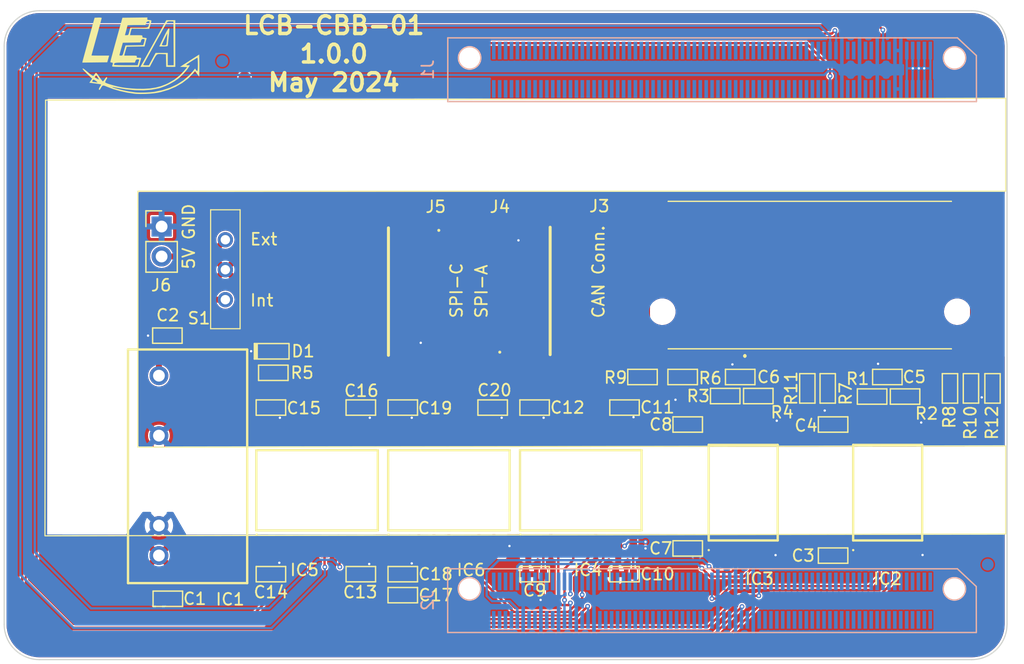
<source format=kicad_pcb>
(kicad_pcb (version 20221018) (generator pcbnew)
  (layers (0 "F.Cu" signal) (31 "B.Cu" signal) (34 "B.Paste" user) (35 "F.Paste" user) (36 "B.SilkS" user "B.Silkscreen") (37 "F.SilkS" user "F.Silkscreen") (38 "B.Mask" user) (39 "F.Mask" user) (44 "Edge.Cuts" user))
  (net 0 "")
  (net 1 "+3V3_Connector_HV")
  (net 2 "GND_HV")
  (net 3 "MCAN_RX|GPIO70")
  (net 10 "SPIA_STEn")
  (net 11 "SPIA_MISO")
  (net 12 "SPIA_MOSI")
  (net 13 "SPIA_CLK")
  (net 14 "SPIC_CLK|GPIO102")
  (net 15 "SPIC_MOSI|GPIO100")
  (net 16 "SPIC_MISO|GPIO101")
  (net 17 "SPIC_STEn|GPIO103")
  (net 18 "Net-(C5-Pad1)")
  (net 19 "GND")
  (net 20 "MCAN_H")
  (net 21 "MCAN_L")
  (net 22 "CAN_H")
  (net 23 "CAN_L")
  (net 24 "+5V")
  (net 25 "Net-(C6-Pad1)")
  (net 26 "SPIC_STEn")
  (net 27 "SPIC_MISO")
  (net 28 "SPIC_MOSI")
  (net 29 "SPIC_CLK")
  (net 30 "Net-(D1-PadA)")
  (net 31 "+5V0_HV")
  (net 32 "Net-(J6-Pin_2)")
  (net 34 "MCAN_TX|GPIO71")
  (net 35 "GPIO45")
  (net 36 "GPIO44")
  (net 37 "CANA_RX|GPIO36")
  (net 38 "CANA_TX|GPIO37")
  (net 39 "GPIO82")
  (net 40 "GPIO83")
  (net 41 "SPIA_CLK|GPIO56")
  (net 42 "SPIA_MOSI|GPIO54")
  (net 43 "SPIA_STEn|GPIO57")
  (net 44 "SPIA_MISO|GPIO55")
  (net 45 "SPI_STEn_4")
  (net 46 "SPI_STEn_3")
  (net 47 "SPI_STEn_2")
  (net 48 "SPI_STEn_1")
  (net 291 "Net-(J3-Pad1)")
  (net 292 "Net-(J3-Pad3)")
  (net 293 "Net-(J3-Pad5)")
  (net 294 "Net-(J3-Pad6)")
  (net 295 "Net-(J3-Pad9)")
  (net 296 "Net-(J3-PadMP2)")
  (net 297 "Net-(J3-PadMP1)")
  (footprint "LEA_FootprintLibrary:R_0603" (layer "F.Cu") (at 156.464 84.36816 180)
    (fp_text reference "R3")
    (fp_text value "60R4" hide)
  )
  (footprint "LEA_FootprintLibrary:C_0603" (layer "F.Cu") (at 125.5776 99.4664)
    (fp_text reference "C13")
    (fp_text value "2u2" hide)
  )
  (footprint "LEA_FootprintLibrary:C_0603" (layer "F.Cu") (at 140.3096 85.344)
    (fp_text reference "C12")
    (fp_text value "2u2" hide)
  )
  (footprint "LEA_FootprintLibrary:SOIC127P1150X280-8N" (layer "F.Cu") (at 157.988 92.5576 90)
    (fp_text reference "IC3")
    (fp_text value "ISO1042QDWVRQ1" hide)
  )
  (footprint "LEA_FootprintLibrary:PinHeader_1x02_P2.54mm_Vertical" (layer "F.Cu") (at 108.692987 69.999812)
    (fp_text reference "J6")
    (fp_text value "01x02")
  )
  (footprint "LEA_FootprintLibrary:C_0603" (layer "F.Cu") (at 157.734 82.7532 180)
    (fp_text reference "C6")
    (fp_text value "47n" hide)
  )
  (footprint "LEA_FootprintLibrary:R_0603" (layer "F.Cu") (at 168.914207 84.41016 180)
    (fp_text reference "R1")
    (fp_text value "60R4" hide)
  )
  (footprint "LEA_FootprintLibrary:Fiducials_medium" (layer "F.Cu") (at 175.9204 103.632)
    (fp_text reference "O4" hide)
    (fp_text value "Fiducial_medium" hide)
  )
  (footprint "LEA_FootprintLibrary:090329001" (layer "F.Cu") (at 114.0968 73.66 180)
    (fp_text reference "S1")
    (fp_text value "09.03290.01" hide)
  )
  (footprint "LEA_FootprintLibrary:C_0603" (layer "F.Cu") (at 109.1812 79.248 180)
    (fp_text reference "C2")
    (fp_text value "100n" hide)
  )
  (footprint "LEA_FootprintLibrary:SOIC127P1030X265-16N" (layer "F.Cu") (at 133.0452 92.3544 90)
    (fp_text reference "IC6")
    (fp_text value "ISO_ISO7740FQDWQ1" hide)
  )
  (footprint "LEA_FootprintLibrary:C_0603" (layer "F.Cu") (at 140.3096 99.4664)
    (fp_text reference "C9")
    (fp_text value "2u2" hide)
  )
  (footprint "LEA_FootprintLibrary:R_0603" (layer "F.Cu") (at 179.1208 83.7184 90)
    (fp_text reference "R12")
    (fp_text value "0R0" hide)
  )
  (footprint "LEA_FootprintLibrary:R_0603" (layer "F.Cu") (at 165.1508 83.7184 90)
    (fp_text reference "R7")
    (fp_text value "0R0" hide)
  )
  (footprint "LEA_FootprintLibrary:C_0603" (layer "F.Cu") (at 147.9296 99.4664)
    (fp_text reference "C10")
    (fp_text value "100n" hide)
  )
  (footprint "LEA_FootprintLibrary:SOIC127P1030X265-16N" (layer "F.Cu") (at 144.2212 92.3544 90)
    (fp_text reference "IC4")
    (fp_text value "ISO7741FQDWQ1" hide)
  )
  (footprint "LEA_FootprintLibrary:R_0603" (layer "F.Cu") (at 118.1608 82.3976)
    (fp_text reference "R5")
    (fp_text value "1k5" hide)
  )
  (footprint "LEA_FootprintLibrary:SYM_lea_logo" (layer "F.Cu") (at 106.209134 54.052741)
    (fp_text reference "SYM1" hide)
    (fp_text value "SYM_LEA_Logo")
  )
  (footprint "LEA_FootprintLibrary:C_0603" (layer "F.Cu") (at 136.7536 85.344)
    (fp_text reference "C20")
    (fp_text value "2u2" hide)
  )
  (footprint "LEA_FootprintLibrary:R_0603" (layer "F.Cu") (at 175.514 83.7184 90)
    (fp_text reference "R8")
    (fp_text value "0R0" hide)
  )
  (footprint "LEA_FootprintLibrary:C_0603" (layer "F.Cu") (at 109.22 101.5492)
    (fp_text reference "C1")
    (fp_text value "100n" hide)
  )
  (footprint "LEA_FootprintLibrary:C_0603" (layer "F.Cu") (at 129.1336 99.4664)
    (fp_text reference "C18")
    (fp_text value "100n" hide)
  )
  (footprint "LEA_FootprintLibrary:Conn_Sub-D_09551156612741" (layer "F.Cu") (at 163.6332 74.1196 180)
    (fp_text reference "J3")
    (fp_text value "09551156612741" hide)
  )
  (footprint "LEA_FootprintLibrary:Conn_Molex_533980871" (layer "F.Cu") (at 137.926 75.4588 90)
    (fp_text reference "J4")
    (fp_text value "53398-0871" hide)
  )
  (footprint "LEA_FootprintLibrary:SOIC127P1150X280-8N" (layer "F.Cu") (at 170.2308 92.5576 90)
    (fp_text reference "IC2")
    (fp_text value "ISO1042QDWVRQ1" hide)
  )
  (footprint "LEA_FootprintLibrary:C_0603" (layer "F.Cu") (at 125.5776 85.344)
    (fp_text reference "C16")
    (fp_text value "2u2" hide)
  )
  (footprint "LEA_FootprintLibrary:C_0603" (layer "F.Cu") (at 153.284793 86.78116 180)
    (fp_text reference "C8")
    (fp_text value "100n" hide)
  )
  (footprint "LEA_FootprintLibrary:R_0603" (layer "F.Cu") (at 171.708207 84.41016 180)
    (fp_text reference "R2")
    (fp_text value "60R4" hide)
  )
  (footprint "LEA_FootprintLibrary:R_0603" (layer "F.Cu") (at 152.8572 82.7532)
    (fp_text reference "R6")
    (fp_text value "0R0" hide)
  )
  (footprint "LEA_FootprintLibrary:C_0603" (layer "F.Cu") (at 153.284793 97.282 180)
    (fp_text reference "C7")
    (fp_text value "100n" hide)
  )
  (footprint "LEA_FootprintLibrary:R_0603" (layer "F.Cu") (at 149.4536 82.7532 180)
    (fp_text reference "R9")
    (fp_text value "0R0" hide)
  )
  (footprint "LEA_FootprintLibrary:C_0603" (layer "F.Cu") (at 165.608 97.8916 180)
    (fp_text reference "C3")
    (fp_text value "100n" hide)
  )
  (footprint "LEA_FootprintLibrary:C_0603" (layer "F.Cu") (at 129.1336 85.344)
    (fp_text reference "C19")
    (fp_text value "100n" hide)
  )
  (footprint "LEA_FootprintLibrary:C_0603" (layer "F.Cu") (at 129.1336 101.2444)
    (fp_text reference "C17")
    (fp_text value "2u2" hide)
  )
  (footprint "LEA_FootprintLibrary:R_0603" (layer "F.Cu") (at 163.4236 83.7184 90)
    (fp_text reference "R11")
    (fp_text value "0R0" hide)
  )
  (footprint "LEA_FootprintLibrary:R_0603" (layer "F.Cu") (at 159.267037 84.36816 180)
    (fp_text reference "R4")
    (fp_text value "60R4" hide)
  )
  (footprint "LEA_FootprintLibrary:C_0603" (layer "F.Cu") (at 170.204943 82.7532 180)
    (fp_text reference "C5")
    (fp_text value "47n" hide)
  )
  (footprint "LEA_FootprintLibrary:R_0603" (layer "F.Cu") (at 177.292 83.7184 90)
    (fp_text reference "R10")
    (fp_text value "0R0" hide)
  )
  (footprint "LEA_FootprintLibrary:SOIC127P1030X265-16N" (layer "F.Cu") (at 121.8692 92.3544 90)
    (fp_text reference "IC5")
    (fp_text value "ISO7741FQDWQ1" hide)
  )
  (footprint "LEA_FootprintLibrary:C_0603" (layer "F.Cu") (at 117.9576 85.344)
    (fp_text reference "C15")
    (fp_text value "100n" hide)
  )
  (footprint "LEA_FootprintLibrary:C_0603" (layer "F.Cu") (at 165.608 86.78116 180)
    (fp_text reference "C4")
    (fp_text value "100n" hide)
  )
  (footprint "LEA_FootprintLibrary:SIP-7_Murata_MEJ1S0305SC" (layer "F.Cu") (at 113.5464 87.7224 90)
    (fp_text reference "IC1")
    (fp_text value "MEJ2S0305SC" hide)
  )
  (footprint "LEA_FootprintLibrary:C_0603" (layer "F.Cu") (at 147.9296 85.344)
    (fp_text reference "C11")
    (fp_text value "100n" hide)
  )
  (footprint "LEA_FootprintLibrary:LED_0603_G" (layer "F.Cu") (at 118.1452 80.5688)
    (fp_text reference "D1")
    (fp_text value "2mA" hide)
  )
  (footprint "LEA_FootprintLibrary:Conn_Molex_533980871" (layer "F.Cu") (at 131.6188 75.5134 -90)
    (fp_text reference "J5")
    (fp_text value "53398-0871" hide)
  )
  (footprint "LEA_FootprintLibrary:C_0603" (layer "F.Cu") (at 117.9576 99.4664)
    (fp_text reference "C14")
    (fp_text value "100n" hide)
  )
  (footprint "LEA_FootprintLibrary:Fiducials_medium" (layer "F.Cu") (at 115.7224 57.3532)
    (fp_text reference "O1" hide)
    (fp_text value "Fiducial_medium" hide)
  )
  (footprint "LEA_FootprintLibrary:ERM5-075-05.0-L-DV" (layer "B.Cu") (at 155.349522 56.709522 180)
    (fp_text reference "J1")
    (fp_text value "ERM5-075-05.0-L-DV-K-TR" hide)
  )
  (footprint "LEA_FootprintLibrary:ERM5-075-05.0-L-DV" (layer "B.Cu") (at 155.339522 101.709522 180)
    (fp_text reference "J2")
    (fp_text value "ERM5-075-05.0-L-DV-K-TR" hide)
  )
  (footprint "LEA_FootprintLibrary:Fiducials_medium" (layer "B.Cu") (at 113.8428 55.9816 180)
    (fp_text reference "O2" hide)
    (fp_text value "Fiducial_medium" hide)
  )
  (footprint "LEA_FootprintLibrary:Fiducials_medium" (layer "B.Cu") (at 178.7144 98.6536 180)
    (fp_text reference "O3" hide)
    (fp_text value "Fiducial_medium" hide)
  )
  (gr_poly (pts (xy 180.2384 88.5952) (xy 106.68 88.6968) (xy 106.68 67.0052) (xy 180.2384 67.0052) (xy 180.2384 59.1312) (xy 98.8568 59.2836) (xy 98.806 96.2152) (xy 180.2384 96.0628)) (stroke (width 0.1)) (fill none) (layer "F.SilkS"))
  (gr_line locked (start 95.349522 54.709522) (end 95.349522 103.709522) (stroke (width 0.1)) (layer "Edge.Cuts"))
  (gr_line locked (start 180.349522 103.709522) (end 180.349522 54.709522) (stroke (width 0.1)) (layer "Edge.Cuts"))
  (gr_line locked (start 177.349522 51.709522) (end 98.349522 51.709522) (stroke (width 0.1)) (layer "Edge.Cuts"))
  (gr_arc locked (start 180.349522 103.709522) (mid 179.470836 105.830836) (end 177.349522 106.709522) (stroke (width 0.1)) (layer "Edge.Cuts"))
  (gr_arc locked (start 98.349522 106.709522) (mid 96.228186 105.830858) (end 95.349522 103.709522) (stroke (width 0.1)) (layer "Edge.Cuts"))
  (gr_arc locked (start 177.349522 51.709522) (mid 179.470827 52.588217) (end 180.349522 54.709522) (stroke (width 0.1)) (layer "Edge.Cuts"))
  (gr_line locked (start 98.349522 106.709522) (end 177.349522 106.709522) (stroke (width 0.1)) (layer "Edge.Cuts"))
  (gr_arc locked (start 95.349522 54.709522) (mid 96.228195 52.588195) (end 98.349522 51.709522) (stroke (width 0.1)) (layer "Edge.Cuts"))
  (gr_text "SPI-C" (at 134.2736 77.855143 90) (layer "F.SilkS") (effects (font (size 1 1)) (justify left bottom)))
  (gr_text " Ext" (at 115.3468 71.08) (layer "F.SilkS") (effects (font (size 1 1)) (justify left)))
  (gr_text "GND" (at 110.998 71.2216 90) (layer "F.SilkS") (effects (font (size 1 1)) (justify left)))
  (gr_text "SPI-A" (at 136.3888 77.860543 90) (layer "F.SilkS") (effects (font (size 1 1)) (justify left bottom)))
  (gr_text "LCB-CBB-01\n1.0.0\nMay 2024" (at 123.2916 55.372) (layer "F.SilkS") (effects (font (size 1.5 1.5) (thickness 0.3))))
  (gr_text "5V" (at 110.998 73.7108 90) (layer "F.SilkS") (effects (font (size 1 1)) (justify left)))
  (gr_text " Int" (at 115.3468 76.2616) (layer "F.SilkS") (effects (font (size 1 1)) (justify left)))
  (gr_text "CAN Conn." (at 146.304 77.860543 90) (layer "F.SilkS") (effects (font (size 1 1)) (justify left bottom)))
  (segment (start 117.324588 97.183073) (end 117.226175 97.08466) (width 0.2) (layer "F.Cu") (net 1))
  (segment (start 147.9296 97.0788) (end 147.929 97.0794) (width 0.2) (layer "F.Cu") (net 1))
  (segment (start 147.929 97.0794) (end 147.3962 97.0794) (width 0.2) (layer "F.Cu") (net 1))
  (via (at 173.3296 56.5912) (size 0.4) (drill 0.2) (layers "F.Cu" "B.Cu") (net 1))
  (via (at 172.3644 56.5912) (size 0.4) (drill 0.2) (layers "F.Cu" "B.Cu") (net 1))
  (via (at 172.8724 56.5912) (size 0.4) (drill 0.2) (layers "F.Cu" "B.Cu") (net 1))
  (via (at 147.9296 97.0788) (size 0.4) (drill 0.2) (layers "F.Cu" "B.Cu") (net 1))
  (via (at 149.7076 96.7232) (size 0.4) (drill 0.2) (layers "F.Cu" "B.Cu") (net 1))
  (segment (start 148.2852 96.7232) (end 147.9296 97.0788) (width 0.2) (layer "B.Cu") (net 1))
  (segment (start 172.849522 55.079522) (end 172.849522 58.339522) (width 0.2) (layer "B.Cu") (net 1))
  (segment (start 173.849522 55.079522) (end 173.849522 56.5912) (width 0.2) (layer "B.Cu") (net 1))
  (segment (start 173.849522 56.5912) (end 173.3296 56.5912) (width 0.2) (layer "B.Cu") (net 1))
  (segment (start 172.8724 56.5912) (end 172.3644 56.5912) (width 0.2) (layer "B.Cu") (net 1))
  (segment (start 171.849522 55.079522) (end 171.849522 56.6928) (width 0.2) (layer "B.Cu") (net 1))
  (segment (start 173.849522 56.5912) (end 173.849522 58.339522) (width 0.2) (layer "B.Cu") (net 1))
  (segment (start 149.7076 96.7232) (end 148.2852 96.7232) (width 0.2) (layer "B.Cu") (net 1))
  (segment (start 173.3296 56.5912) (end 172.8724 56.5912) (width 0.2) (layer "B.Cu") (net 1))
  (segment (start 172.3644 56.5912) (end 171.849522 56.5912) (width 0.2) (layer "B.Cu") (net 1))
  (segment (start 172.349522 58.339522) (end 172.349522 55.079522) (width 0.2) (layer "B.Cu") (net 1))
  (segment (start 171.849522 56.6928) (end 171.849522 58.339522) (width 0.2) (layer "B.Cu") (net 1))
  (segment (start 173.349522 58.339522) (end 173.349522 55.079522) (width 0.2) (layer "B.Cu") (net 1))
  (segment (start 129.8702 98.5774) (end 129.8702 101.231) (width 0.2) (layer "F.Cu") (net 2))
  (segment (start 126.3142 98.6282) (end 126.3142 99.453) (width 0.2) (layer "F.Cu") (net 2))
  (segment (start 172.1486 97.8408) (end 173.1898 97.8408) (width 0.2) (layer "F.Cu") (net 2))
  (segment (start 126.3142 98.5774) (end 126.2888 98.6028) (width 0.2) (layer "F.Cu") (net 2))
  (segment (start 109.97 96.846) (end 108.4664 95.3424) (width 0.2) (layer "F.Cu") (net 2))
  (segment (start 148.8688 97.282) (end 148.6662 97.0794) (width 0.2) (layer "F.Cu") (net 2))
  (segment (start 148.6662 97.0794) (end 148.6662 99.453) (width 0.2) (layer "F.Cu") (net 2))
  (segment (start 118.6942 98.5266) (end 118.6942 99.453) (width 0.2) (layer "F.Cu") (net 2))
  (segment (start 126.3142 97.0794) (end 126.3142 98.5774) (width 0.2) (layer "F.Cu") (net 2))
  (segment (start 149.7076 97.282) (end 152.534793 97.282) (width 0.2) (layer "F.Cu") (net 2))
  (segment (start 173.1898 97.8408) (end 173.19 97.841) (width 0.2) (layer "F.Cu") (net 2))
  (segment (start 141.0596 101.4088) (end 140.8176 101.6508) (width 0.2) (layer "F.Cu") (net 2))
  (segment (start 129.8956 98.552) (end 129.8702 98.5774) (width 0.2) (layer "F.Cu") (net 2))
  (segment (start 126.3142 99.453) (end 126.3276 99.4664) (width 0.2) (layer "F.Cu") (net 2))
  (segment (start 118.6942 97.0794) (end 118.6942 98.4758) (width 0.2) (layer "F.Cu") (net 2))
  (segment (start 118.6688 98.5012) (end 118.6942 98.5266) (width 0.2) (layer "F.Cu") (net 2))
  (segment (start 141.0462 97.0794) (end 141.0462 99.453) (width 0.2) (layer "F.Cu") (net 2))
  (segment (start 138.1754 97.0794) (end 138.176 97.0788) (width 0.2) (layer "F.Cu") (net 2))
  (segment (start 160.0456 97.8496) (end 160.7312 97.8496) (width 0.2) (layer "F.Cu") (net 2))
  (segment (start 149.7076 97.282) (end 148.8688 97.282) (width 0.2) (layer "F.Cu") (net 2))
  (segment (start 126.2888 98.6028) (end 126.3142 98.6282) (width 0.2) (layer "F.Cu") (net 2))
  (segment (start 129.8702 101.231) (end 129.8836 101.2444) (width 0.2) (layer "F.Cu") (net 2))
  (segment (start 148.6662 99.453) (end 148.6796 99.4664) (width 0.2) (layer "F.Cu") (net 2))
  (segment (start 141.0462 99.453) (end 141.0596 99.4664) (width 0.2) (layer "F.Cu") (net 2))
  (segment (start 159.893 97.697) (end 160.0456 97.8496) (width 0.2) (layer "F.Cu") (net 2))
  (segment (start 118.6942 99.453) (end 118.7076 99.4664) (width 0.2) (layer "F.Cu") (net 2))
  (segment (start 164.816 97.8496) (end 164.858 97.8916) (width 0.2) (layer "F.Cu") (net 2))
  (segment (start 118.6942 98.4758) (end 118.6688 98.5012) (width 0.2) (layer "F.Cu") (net 2))
  (segment (start 129.8702 97.0794) (end 129.8702 98.5266) (width 0.2) (layer "F.Cu") (net 2))
  (segment (start 160.7312 97.8496) (end 164.816 97.8496) (width 0.2) (layer "F.Cu") (net 2))
  (segment (start 109.97 101.5492) (end 109.97 96.846) (width 0.2) (layer "F.Cu") (net 2))
  (segment (start 137.4902 97.0794) (end 138.1754 97.0794) (width 0.2) (layer "F.Cu") (net 2))
  (segment (start 141.0596 99.4664) (end 141.0596 101.4088) (width 0.2) (layer "F.Cu") (net 2))
  (segment (start 129.8702 98.5266) (end 129.8956 98.552) (width 0.2) (layer "F.Cu") (net 2))
  (via (at 160.7312 97.8496) (size 0.4) (drill 0.2) (layers "F.Cu" "B.Cu") (net 2))
  (via (at 149.7076 97.282) (size 0.4) (drill 0.2) (layers "F.Cu" "B.Cu") (net 2))
  (via (at 118.6688 98.5012) (size 0.4) (drill 0.2) (layers "F.Cu" "B.Cu") (net 2))
  (via (at 126.2888 98.6028) (size 0.4) (drill 0.2) (layers "F.Cu" "B.Cu") (net 2))
  (via (at 140.8176 101.6508) (size 0.4) (drill 0.2) (layers "F.Cu" "B.Cu") (net 2))
  (via (at 138.176 97.0788) (size 0.4) (drill 0.2) (layers "F.Cu" "B.Cu") (net 2))
  (via (at 173.19 97.841) (size 0.4) (drill 0.2) (layers "F.Cu" "B.Cu") (net 2))
  (via (at 129.8956 98.552) (size 0.4) (drill 0.2) (layers "F.Cu" "B.Cu") (net 2))
  (segment (start 169.8244 53.34) (end 169.1132 52.6288) (width 0.2) (layer "F.Cu") (net 3))
  (segment (start 132.334 105.41) (end 156.0576 105.41) (width 0.2) (layer "F.Cu") (net 3))
  (segment (start 160.3248 101.1428) (end 169.672 101.1428) (width 0.2) (layer "F.Cu") (net 3))
  (segment (start 100.2284 104.4448) (end 131.3688 104.4448) (width 0.2) (layer "F.Cu") (net 3))
  (segment (start 96.8756 54.864) (end 96.8756 101.092) (width 0.2) (layer "F.Cu") (net 3))
  (segment (start 170.815 99.9998) (end 170.815 97.273) (width 0.2) (layer "F.Cu") (net 3))
  (segment (start 96.8756 101.092) (end 100.2284 104.4448) (width 0.2) (layer "F.Cu") (net 3))
  (segment (start 99.1108 52.6288) (end 96.8756 54.864) (width 0.2) (layer "F.Cu") (net 3))
  (segment (start 169.1132 52.6288) (end 99.1108 52.6288) (width 0.2) (layer "F.Cu") (net 3))
  (segment (start 169.672 101.1428) (end 170.815 99.9998) (width 0.2) (layer "F.Cu") (net 3))
  (segment (start 131.3688 104.4448) (end 132.334 105.41) (width 0.2) (layer "F.Cu") (net 3))
  (segment (start 156.0576 105.41) (end 160.3248 101.1428) (width 0.2) (layer "F.Cu") (net 3))
  (via (at 169.8244 53.34) (size 0.4) (drill 0.2) (layers "F.Cu" "B.Cu") (net 3))
  (segment (start 169.849522 53.365122) (end 169.849522 55.079522) (width 0.2) (layer "B.Cu") (net 3))
  (segment (start 169.8244 53.34) (end 169.849522 53.365122) (width 0.2) (layer "B.Cu") (net 3))
  (segment (start 144.8562 78.0542) (end 144.8562 87.6294) (width 0.2) (layer "F.Cu") (net 10))
  (segment (start 142.8858 76.0838) (end 144.8562 78.0542) (width 0.2) (layer "F.Cu") (net 10))
  (segment (start 137.668 76.0838) (end 142.8858 76.0838) (width 0.2) (layer "F.Cu") (net 10))
  (segment (start 143.5662 74.8338) (end 137.668 74.8338) (width 0.2) (layer "F.Cu") (net 11))
  (segment (start 146.1262 87.6294) (end 146.1262 77.3938) (width 0.2) (layer "F.Cu") (net 11))
  (segment (start 146.1262 77.3938) (end 143.5662 74.8338) (width 0.2) (layer "F.Cu") (net 11))
  (segment (start 143.5862 78.6638) (end 142.2562 77.3338) (width 0.2) (layer "F.Cu") (net 12))
  (segment (start 143.5862 87.6294) (end 143.5862 78.6638) (width 0.2) (layer "F.Cu") (net 12))
  (segment (start 142.2562 77.3338) (end 137.668 77.3338) (width 0.2) (layer "F.Cu") (net 12))
  (segment (start 137.668 78.5838) (end 141.6266 78.5838) (width 0.2) (layer "F.Cu") (net 13))
  (segment (start 141.6266 78.5838) (end 142.3162 79.2734) (width 0.2) (layer "F.Cu") (net 13))
  (segment (start 142.3162 79.2734) (end 142.3162 87.6294) (width 0.2) (layer "F.Cu") (net 13))
  (segment (start 98.0948 56.7944) (end 100.4316 54.4576) (width 0.2) (layer "F.Cu") (net 14))
  (segment (start 119.9642 97.0794) (end 119.9642 99.390416) (width 0.2) (layer "F.Cu") (net 14))
  (segment (start 119.9642 99.390416) (end 116.332216 103.0224) (width 0.2) (layer "F.Cu") (net 14))
  (segment (start 163.322 54.4576) (end 165.349522 56.485122) (width 0.2) (layer "F.Cu") (net 14))
  (segment (start 165.349522 56.485122) (end 165.349522 57.2516) (width 0.2) (layer "F.Cu") (net 14))
  (segment (start 116.332216 103.0224) (end 101.6 103.0224) (width 0.2) (layer "F.Cu") (net 14))
  (segment (start 98.0948 99.5172) (end 98.0948 56.7944) (width 0.2) (layer "F.Cu") (net 14))
  (segment (start 101.6 103.0224) (end 98.0948 99.5172) (width 0.2) (layer "F.Cu") (net 14))
  (segment (start 100.4316 54.4576) (end 163.322 54.4576) (width 0.2) (layer "F.Cu") (net 14))
  (via (at 165.349522 57.2516) (size 0.4) (drill 0.2) (layers "F.Cu" "B.Cu") (net 14))
  (segment (start 165.349522 57.2516) (end 165.349522 58.339522) (width 0.2) (layer "B.Cu") (net 14))
  (segment (start 165.7604 53.3908) (end 165.5064 53.6448) (width 0.2) (layer "F.Cu") (net 15))
  (segment (start 165.5064 53.6448) (end 99.7712 53.6448) (width 0.2) (layer "F.Cu") (net 15))
  (segment (start 99.7712 53.6448) (end 97.4852 55.9308) (width 0.2) (layer "F.Cu") (net 15))
  (segment (start 121.2342 99.7966) (end 121.2342 97.0794) (width 0.2) (layer "F.Cu") (net 15))
  (segment (start 101.2444 103.6828) (end 117.348 103.6828) (width 0.2) (layer "F.Cu") (net 15))
  (segment (start 117.348 103.6828) (end 121.2342 99.7966) (width 0.2) (layer "F.Cu") (net 15))
  (segment (start 97.4852 99.9236) (end 101.2444 103.6828) (width 0.2) (layer "F.Cu") (net 15))
  (segment (start 97.4852 55.9308) (end 97.4852 99.9236) (width 0.2) (layer "F.Cu") (net 15))
  (via (at 165.7604 53.3908) (size 0.4) (drill 0.2) (layers "F.Cu" "B.Cu") (net 15))
  (segment (start 165.7604 53.3908) (end 165.862 53.4924) (width 0.2) (layer "B.Cu") (net 15))
  (segment (start 165.862 53.4924) (end 165.862 55.067044) (width 0.2) (layer "B.Cu") (net 15))
  (segment (start 165.862 55.067044) (end 165.849522 55.079522) (width 0.2) (layer "B.Cu") (net 15))
  (segment (start 123.7742 98.8314) (end 123.7996 98.8568) (width 0.2) (layer "F.Cu") (net 16))
  (segment (start 123.7742 97.0794) (end 123.7742 98.8314) (width 0.2) (layer "F.Cu") (net 16))
  (via (at 123.7996 98.8568) (size 0.4) (drill 0.2) (layers "F.Cu" "B.Cu") (net 16))
  (segment (start 123.7996 98.8568) (end 123.19 98.2472) (width 0.2) (layer "B.Cu") (net 16))
  (segment (start 165.849522 57.035922) (end 165.849522 58.339522) (width 0.2) (layer "B.Cu") (net 16))
  (segment (start 117.8052 102.362) (end 102.7176 102.362) (width 0.2) (layer "B.Cu") (net 16))
  (segment (start 164.857152 57.15) (end 165.175552 56.8316) (width 0.2) (layer "B.Cu") (net 16))
  (segment (start 123.19 98.2472) (end 121.92 98.2472) (width 0.2) (layer "B.Cu") (net 16))
  (segment (start 102.7176 102.362) (end 97.9424 97.5868) (width 0.2) (layer "B.Cu") (net 16))
  (segment (start 97.9424 57.3532) (end 98.1456 57.15) (width 0.2) (layer "B.Cu") (net 16))
  (segment (start 98.1456 57.15) (end 164.857152 57.15) (width 0.2) (layer "B.Cu") (net 16))
  (segment (start 165.175552 56.8316) (end 165.6452 56.8316) (width 0.2) (layer "B.Cu") (net 16))
  (segment (start 97.9424 97.5868) (end 97.9424 57.3532) (width 0.2) (layer "B.Cu") (net 16))
  (segment (start 165.6452 56.8316) (end 165.849522 57.035922) (width 0.2) (layer "B.Cu") (net 16))
  (segment (start 121.92 98.2472) (end 117.8052 102.362) (width 0.2) (layer "B.Cu") (net 16))
  (segment (start 122.5042 97.0794) (end 122.5042 98.8314) (width 0.2) (layer "F.Cu") (net 17))
  (segment (start 122.5042 98.8314) (end 122.5296 98.8568) (width 0.2) (layer "F.Cu") (net 17))
  (via (at 122.5296 98.8568) (size 0.4) (drill 0.2) (layers "F.Cu" "B.Cu") (net 17))
  (segment (start 101.2444 104.0384) (end 96.7232 99.5172) (width 0.2) (layer "B.Cu") (net 17))
  (segment (start 122.5296 98.8568) (end 122.5296 99.5172) (width 0.2) (layer "B.Cu") (net 17))
  (segment (start 165.349522 53.843522) (end 165.349522 55.079522) (width 0.2) (layer "B.Cu") (net 17))
  (segment (start 100.6348 52.9844) (end 164.4904 52.9844) (width 0.2) (layer "B.Cu") (net 17))
  (segment (start 164.4904 52.9844) (end 165.349522 53.843522) (width 0.2) (layer "B.Cu") (net 17))
  (segment (start 118.0084 104.0384) (end 101.2444 104.0384) (width 0.2) (layer "B.Cu") (net 17))
  (segment (start 96.7232 99.5172) (end 96.7232 56.896) (width 0.2) (layer "B.Cu") (net 17))
  (segment (start 122.5296 99.5172) (end 118.0084 104.0384) (width 0.2) (layer "B.Cu") (net 17))
  (segment (start 96.7232 56.896) (end 100.6348 52.9844) (width 0.2) (layer "B.Cu") (net 17))
  (segment (start 169.664207 84.41016) (end 170.958207 84.41016) (width 0.2) (layer "F.Cu") (net 18))
  (segment (start 170.954943 84.406896) (end 170.958207 84.41016) (width 0.2) (layer "F.Cu") (net 18))
  (segment (start 170.954943 82.75916) (end 170.954943 84.406896) (width 0.2) (layer "F.Cu") (net 18))
  (segment (start 117.3952 80.5688) (end 116.2812 80.5688) (width 0.2) (layer "F.Cu") (net 19))
  (segment (start 152.0952 84.4804) (end 152.1072 84.4684) (width 0.2) (layer "F.Cu") (net 19))
  (segment (start 118.7076 86.1956) (end 118.7196 86.2076) (width 0.2) (layer "F.Cu") (net 19))
  (segment (start 152.1072 84.4684) (end 152.1072 82.7532) (width 0.2) (layer "F.Cu") (net 19))
  (segment (start 152.534793 86.78116) (end 152.534793 84.919993) (width 0.2) (layer "F.Cu") (net 19))
  (segment (start 137.5036 86.1956) (end 137.5156 86.2076) (width 0.2) (layer "F.Cu") (net 19))
  (segment (start 141.0716 86.2076) (end 141.0596 86.2196) (width 0.2) (layer "F.Cu") (net 19))
  (segment (start 126.3396 86.2076) (end 126.3276 86.2196) (width 0.2) (layer "F.Cu") (net 19))
  (segment (start 148.6796 87.616) (end 148.6662 87.6294) (width 0.2) (layer "F.Cu") (net 19))
  (segment (start 107.5436 79.248) (end 108.4312 79.248) (width 0.2) (layer "F.Cu") (net 19))
  (segment (start 169.454943 81.672543) (end 169.418 81.6356) (width 0.2) (layer "F.Cu") (net 19))
  (segment (start 178.1944 84.4684) (end 178.2064 84.4804) (width 0.2) (layer "F.Cu") (net 19))
  (segment (start 160.815 86.4794) (end 159.893 86.4794) (width 0.2) (layer "F.Cu") (net 19))
  (segment (start 137.5036 85.344) (end 137.5036 86.1956) (width 0.2) (layer "F.Cu") (net 19))
  (segment (start 172.941 86.4794) (end 173.0756 86.614) (width 0.2) (layer "F.Cu") (net 19))
  (segment (start 148.6796 86.1688) (end 148.6796 87.616) (width 0.2) (layer "F.Cu") (net 19))
  (segment (start 152.2476 84.6836) (end 152.2476 84.6328) (width 0.2) (layer "F.Cu") (net 19))
  (segment (start 126.3276 86.1956) (end 126.3396 86.2076) (width 0.2) (layer "F.Cu") (net 19))
  (segment (start 126.3276 86.2196) (end 126.3276 87.616) (width 0.2) (layer "F.Cu") (net 19))
  (segment (start 118.7076 85.344) (end 118.7076 86.1956) (width 0.2) (layer "F.Cu") (net 19))
  (segment (start 126.3276 85.344) (end 126.3276 86.1956) (width 0.2) (layer "F.Cu") (net 19))
  (segment (start 148.6796 86.1448) (end 148.6916 86.1568) (width 0.2) (layer "F.Cu") (net 19))
  (segment (start 156.984 82.7532) (end 156.984 81.776) (width 0.2) (layer "F.Cu") (net 19))
  (segment (start 137.5036 87.616) (end 137.4902 87.6294) (width 0.2) (layer "F.Cu") (net 19))
  (segment (start 131.8768 79.8884) (end 130.6884 79.8884) (width 0.2) (layer "F.Cu") (net 19))
  (segment (start 165.1508 85.344) (end 165.1508 84.4684) (width 0.2) (layer "F.Cu") (net 19))
  (segment (start 141.0596 86.2196) (end 141.0596 87.616) (width 0.2) (layer "F.Cu") (net 19))
  (segment (start 172.085 86.4794) (end 172.941 86.4794) (width 0.2) (layer "F.Cu") (net 19))
  (segment (start 137.5036 86.2196) (end 137.5036 87.616) (width 0.2) (layer "F.Cu") (net 19))
  (segment (start 160.8328 86.4616) (end 160.815 86.4794) (width 0.2) (layer "F.Cu") (net 19))
  (segment (start 129.8836 86.1956) (end 129.8956 86.2076) (width 0.2) (layer "F.Cu") (net 19))
  (segment (start 164.8968 85.598) (end 165.1508 85.344) (width 0.2) (layer "F.Cu") (net 19))
  (segment (start 141.0596 85.344) (end 141.0596 86.1956) (width 0.2) (layer "F.Cu") (net 19))
  (segment (start 141.0596 87.616) (end 141.0462 87.6294) (width 0.2) (layer "F.Cu") (net 19))
  (segment (start 129.8836 87.616) (end 129.8702 87.6294) (width 0.2) (layer "F.Cu") (net 19))
  (segment (start 141.0596 86.1956) (end 141.0716 86.2076) (width 0.2) (layer "F.Cu") (net 19))
  (segment (start 118.7076 86.2196) (end 118.7076 87.616) (width 0.2) (layer "F.Cu") (net 19))
  (segment (start 164.858 86.78116) (end 164.858 85.6368) (width 0.2) (layer "F.Cu") (net 19))
  (segment (start 164.858 85.6368) (end 164.8968 85.598) (width 0.2) (layer "F.Cu") (net 19))
  (segment (start 148.6916 86.1568) (end 148.6796 86.1688) (width 0.2) (layer "F.Cu") (net 19))
  (segment (start 118.7076 87.616) (end 118.6942 87.6294) (width 0.2) (layer "F.Cu") (net 19))
  (segment (start 152.2476 84.6328) (end 152.0952 84.4804) (width 0.2) (layer "F.Cu") (net 19))
  (segment (start 126.3276 87.616) (end 126.3142 87.6294) (width 0.2) (layer "F.Cu") (net 19))
  (segment (start 169.454943 82.7532) (end 169.454943 81.672543) (width 0.2) (layer "F.Cu") (net 19))
  (segment (start 118.7196 86.2076) (end 118.7076 86.2196) (width 0.2) (layer "F.Cu") (net 19))
  (segment (start 163.4236 84.4684) (end 165.1508 84.4684) (width 0.2) (layer "F.Cu") (net 19))
  (segment (start 137.668 71.0838) (end 138.851 71.0838) (width 0.2) (layer "F.Cu") (net 19))
  (segment (start 129.8956 86.2076) (end 129.8836 86.2196) (width 0.2) (layer "F.Cu") (net 19))
  (segment (start 129.8836 86.2196) (end 129.8836 87.616) (width 0.2) (layer "F.Cu") (net 19))
  (segment (start 137.5156 86.2076) (end 137.5036 86.2196) (width 0.2) (layer "F.Cu") (net 19))
  (segment (start 138.851 71.0838) (end 138.938 71.1708) (width 0.2) (layer "F.Cu") (net 19))
  (segment (start 175.514 84.4684) (end 178.1944 84.4684) (width 0.2) (layer "F.Cu") (net 19))
  (segment (start 150.2036 82.7532) (end 152.1072 82.7532) (width 0.2) (layer "F.Cu") (net 19))
  (segment (start 148.6796 85.344) (end 148.6796 86.1448) (width 0.2) (layer "F.Cu") (net 19))
  (segment (start 156.984 81.776) (end 157.0736 81.6864) (width 0.2) (layer "F.Cu") (net 19))
  (segment (start 152.2984 84.6836) (end 152.2476 84.6836) (width 0.2) (layer "F.Cu") (net 19))
  (segment (start 152.534793 84.919993) (end 152.2984 84.6836) (width 0.2) (layer "F.Cu") (net 19))
  (segment (start 178.2064 84.4804) (end 178.2184 84.4684) (width 0.2) (layer "F.Cu") (net 19))
  (segment (start 130.6884 79.8884) (end 130.6576 79.8576) (width 0.2) (layer "F.Cu") (net 19))
  (segment (start 178.2184 84.4684) (end 179.1208 84.4684) (width 0.2) (layer "F.Cu") (net 19))
  (segment (start 129.8836 85.344) (end 129.8836 86.1956) (width 0.2) (layer "F.Cu") (net 19))
  (via (at 107.5436 79.248) (size 0.4) (drill 0.2) (layers "F.Cu" "B.Cu") (net 19))
  (via (at 169.418 81.6356) (size 0.4) (drill 0.2) (layers "F.Cu" "B.Cu") (net 19))
  (via (at 148.6916 86.1568) (size 0.4) (drill 0.2) (layers "F.Cu" "B.Cu") (net 19))
  (via (at 173.0756 86.614) (size 0.4) (drill 0.2) (layers "F.Cu" "B.Cu") (net 19))
  (via (at 116.2812 80.5688) (size 0.4) (drill 0.2) (layers "F.Cu" "B.Cu") (net 19))
  (via (at 141.0716 86.2076) (size 0.4) (drill 0.2) (layers "F.Cu" "B.Cu") (net 19))
  (via (at 130.6576 79.8576) (size 0.4) (drill 0.2) (layers "F.Cu" "B.Cu") (net 19))
  (via (at 160.8328 86.4616) (size 0.4) (drill 0.2) (layers "F.Cu" "B.Cu") (net 19))
  (via (at 164.8968 85.598) (size 0.4) (drill 0.2) (layers "F.Cu" "B.Cu") (net 19))
  (via (at 118.7196 86.2076) (size 0.4) (drill 0.2) (layers "F.Cu" "B.Cu") (net 19))
  (via (at 157.0736 81.6864) (size 0.4) (drill 0.2) (layers "F.Cu" "B.Cu") (net 19))
  (via (at 138.938 71.1708) (size 0.4) (drill 0.2) (layers "F.Cu" "B.Cu") (net 19))
  (via (at 137.5156 86.2076) (size 0.4) (drill 0.2) (layers "F.Cu" "B.Cu") (net 19))
  (via (at 178.2064 84.4804) (size 0.4) (drill 0.2) (layers "F.Cu" "B.Cu") (net 19))
  (via (at 126.3396 86.2076) (size 0.4) (drill 0.2) (layers "F.Cu" "B.Cu") (net 19))
  (via (at 152.2476 84.6836) (size 0.4) (drill 0.2) (layers "F.Cu" "B.Cu") (net 19))
  (via (at 129.8956 86.2076) (size 0.4) (drill 0.2) (layers "F.Cu" "B.Cu") (net 19))
  (segment (start 168.164207 82.718607) (end 168.164207 84.41016) (width 0.2) (layer "F.Cu") (net 20))
  (segment (start 165.0032 79.5576) (end 168.164207 82.718607) (width 0.2) (layer "F.Cu") (net 20))
  (segment (start 169.545 85.790953) (end 169.545 86.623) (width 0.2) (layer "F.Cu") (net 20))
  (segment (start 165.0032 72.6996) (end 165.0032 79.5576) (width 0.2) (layer "F.Cu") (net 20))
  (segment (start 168.164207 84.41016) (end 169.545 85.790953) (width 0.2) (layer "F.Cu") (net 20))
  (segment (start 172.458207 82.745407) (end 172.458207 84.41016) (width 0.2) (layer "F.Cu") (net 21))
  (segment (start 170.815 86.053367) (end 172.458207 84.41016) (width 0.2) (layer "F.Cu") (net 21))
  (segment (start 170.815 86.623) (end 170.815 86.053367) (width 0.2) (layer "F.Cu") (net 21))
  (segment (start 166.3732 75.5396) (end 166.3732 76.6604) (width 0.2) (layer "F.Cu") (net 21))
  (segment (start 166.3732 76.6604) (end 172.458207 82.745407) (width 0.2) (layer "F.Cu") (net 21))
  (segment (start 159.6136 77.6224) (end 159.6136 74.5744) (width 0.2) (layer "F.Cu") (net 22))
  (segment (start 160.0708 74.1172) (end 160.8328 74.1172) (width 0.2) (layer "F.Cu") (net 22))
  (segment (start 161.2392 73.7108) (end 161.2392 72.9996) (width 0.2) (layer "F.Cu") (net 22))
  (segment (start 161.2392 72.9996) (end 161.5392 72.6996) (width 0.2) (layer "F.Cu") (net 22))
  (segment (start 155.714 84.36816) (end 157.353 86.00716) (width 0.2) (layer "F.Cu") (net 22))
  (segment (start 155.714 84.36816) (end 155.714 81.522) (width 0.2) (layer "F.Cu") (net 22))
  (segment (start 155.714 81.522) (end 159.6136 77.6224) (width 0.2) (layer "F.Cu") (net 22))
  (segment (start 157.353 86.00716) (end 157.353 86.581) (width 0.2) (layer "F.Cu") (net 22))
  (segment (start 159.6136 74.5744) (end 160.0708 74.1172) (width 0.2) (layer "F.Cu") (net 22))
  (segment (start 160.8328 74.1172) (end 161.2392 73.7108) (width 0.2) (layer "F.Cu") (net 22))
  (segment (start 161.5392 72.6996) (end 162.2632 72.6996) (width 0.2) (layer "F.Cu") (net 22))
  (segment (start 160.017037 81.587763) (end 160.017037 84.36816) (width 0.2) (layer "F.Cu") (net 23))
  (segment (start 160.8932 75.5396) (end 160.8932 80.7116) (width 0.2) (layer "F.Cu") (net 23))
  (segment (start 158.623 85.762197) (end 158.623 86.581) (width 0.2) (layer "F.Cu") (net 23))
  (segment (start 160.8932 80.7116) (end 160.017037 81.587763) (width 0.2) (layer "F.Cu") (net 23))
  (segment (start 160.017037 84.36816) (end 158.623 85.762197) (width 0.2) (layer "F.Cu") (net 23))
  (segment (start 158.484 82.71716) (end 158.484 84.335123) (width 0.2) (layer "F.Cu") (net 25))
  (segment (start 158.484 84.335123) (end 158.517037 84.36816) (width 0.2) (layer "F.Cu") (net 25))
  (segment (start 157.214 84.36816) (end 158.517037 84.36816) (width 0.2) (layer "F.Cu") (net 25))
  (segment (start 128.718 74.8884) (end 122.5042 81.1022) (width 0.2) (layer "F.Cu") (net 26))
  (segment (start 131.8768 74.8884) (end 128.718 74.8884) (width 0.2) (layer "F.Cu") (net 26))
  (segment (start 122.5042 81.1022) (end 122.5042 87.6294) (width 0.2) (layer "F.Cu") (net 26))
  (segment (start 123.7742 87.6294) (end 123.7826 87.621) (width 0.2) (layer "F.Cu") (net 27))
  (segment (start 123.7826 87.621) (end 123.7826 81.9066) (width 0.2) (layer "F.Cu") (net 27))
  (segment (start 123.7826 81.9066) (end 129.5508 76.1384) (width 0.2) (layer "F.Cu") (net 27))
  (segment (start 129.5508 76.1384) (end 131.8768 76.1384) (width 0.2) (layer "F.Cu") (net 27))
  (segment (start 131.8714 73.6438) (end 131.8768 73.6384) (width 0.2) (layer "F.Cu") (net 28))
  (segment (start 121.2342 87.6294) (end 121.2342 80.183148) (width 0.2) (layer "F.Cu") (net 28))
  (segment (start 121.2342 80.183148) (end 127.773548 73.6438) (width 0.2) (layer "F.Cu") (net 28))
  (segment (start 127.773548 73.6438) (end 131.8714 73.6438) (width 0.2) (layer "F.Cu") (net 28))
  (segment (start 131.8714 72.3938) (end 127.1994 72.3938) (width 0.2) (layer "F.Cu") (net 29))
  (segment (start 127.1994 72.3938) (end 119.9642 79.629) (width 0.2) (layer "F.Cu") (net 29))
  (segment (start 131.8768 72.3884) (end 131.8714 72.3938) (width 0.2) (layer "F.Cu") (net 29))
  (segment (start 119.9642 79.629) (end 119.9642 87.6294) (width 0.2) (layer "F.Cu") (net 29))
  (segment (start 118.8952 82.382) (end 118.9108 82.3976) (width 0.2) (layer "F.Cu") (net 30))
  (segment (start 118.8952 80.5688) (end 118.8952 82.382) (width 0.2) (layer "F.Cu") (net 30))
  (segment (start 109.9312 80.0608) (end 109.9312 79.248) (width 0.5) (layer "F.Cu") (net 31))
  (segment (start 108.4664 81.5256) (end 109.9312 80.0608) (width 0.5) (layer "F.Cu") (net 31))
  (segment (start 108.4664 82.6424) (end 108.4664 81.5256) (width 0.5) (layer "F.Cu") (net 31))
  (segment (start 109.9312 79.248) (end 109.9312 78.232) (width 0.5) (layer "F.Cu") (net 31))
  (segment (start 109.9312 78.232) (end 111.9632 76.2) (width 0.5) (layer "F.Cu") (net 31))
  (segment (start 111.9632 76.2) (end 114.0968 76.2) (width 0.5) (layer "F.Cu") (net 31))
  (segment (start 112.676988 72.539812) (end 114.0968 71.12) (width 0.5) (layer "F.Cu") (net 32))
  (segment (start 108.692987 72.539812) (end 112.676988 72.539812) (width 0.5) (layer "F.Cu") (net 32))
  (segment (start 155.867753 101.535847) (end 156.9212 100.4824) (width 0.2) (layer "F.Cu") (net 34))
  (segment (start 156.9212 100.4824) (end 168.656 100.4824) (width 0.2) (layer "F.Cu") (net 34))
  (segment (start 169.545 99.5934) (end 169.545 97.273) (width 0.2) (layer "F.Cu") (net 34))
  (segment (start 155.336073 101.535847) (end 155.867753 101.535847) (width 0.2) (layer "F.Cu") (net 34))
  (segment (start 168.656 100.4824) (end 169.545 99.5934) (width 0.2) (layer "F.Cu") (net 34))
  (via (at 155.336073 101.535847) (size 0.4) (drill 0.2) (layers "F.Cu" "B.Cu") (net 34))
  (segment (start 155.336073 101.535847) (end 155.336073 101.032971) (width 0.2) (layer "B.Cu") (net 34))
  (segment (start 155.336073 101.032971) (end 155.339522 101.029522) (width 0.2) (layer "B.Cu") (net 34))
  (segment (start 155.339522 101.029522) (end 155.339522 100.079522) (width 0.2) (layer "B.Cu") (net 34))
  (segment (start 135.7376 103.2764) (end 133.6802 101.219) (width 0.2) (layer "F.Cu") (net 35))
  (segment (start 144.8054 102.1842) (end 143.7132 103.2764) (width 0.2) (layer "F.Cu") (net 35))
  (segment (start 133.6802 101.219) (end 133.6802 97.0794) (width 0.2) (layer "F.Cu") (net 35))
  (segment (start 143.7132 103.2764) (end 135.7376 103.2764) (width 0.2) (layer "F.Cu") (net 35))
  (via (at 144.8054 102.1842) (size 0.4) (drill 0.2) (layers "F.Cu" "B.Cu") (net 35))
  (segment (start 144.8054 102.1842) (end 144.839522 102.218322) (width 0.2) (layer "B.Cu") (net 35))
  (segment (start 144.839522 102.218322) (end 144.839522 103.339522) (width 0.2) (layer "B.Cu") (net 35))
  (segment (start 134.9502 99.0854) (end 138.5316 102.6668) (width 0.2) (layer "F.Cu") (net 36))
  (segment (start 144.339522 101.498489) (end 144.339522 101.210322) (width 0.2) (layer "F.Cu") (net 36))
  (segment (start 143.171211 102.6668) (end 144.339522 101.498489) (width 0.2) (layer "F.Cu") (net 36))
  (segment (start 134.9502 97.0794) (end 134.9502 99.0854) (width 0.2) (layer "F.Cu") (net 36))
  (segment (start 138.5316 102.6668) (end 143.171211 102.6668) (width 0.2) (layer "F.Cu") (net 36))
  (via (at 144.339522 101.210322) (size 0.4) (drill 0.2) (layers "F.Cu" "B.Cu") (net 36))
  (segment (start 144.339522 101.210322) (end 144.339522 100.079522) (width 0.2) (layer "B.Cu") (net 36))
  (segment (start 155.194 99.6696) (end 158.0388 99.6696) (width 0.2) (layer "F.Cu") (net 37))
  (segment (start 158.623 99.0854) (end 158.623 97.231) (width 0.2) (layer "F.Cu") (net 37))
  (segment (start 154.4828 98.9584) (end 155.194 99.6696) (width 0.2) (layer "F.Cu") (net 37))
  (segment (start 158.0388 99.6696) (end 158.623 99.0854) (width 0.2) (layer "F.Cu") (net 37))
  (via (at 154.4828 98.9584) (size 0.4) (drill 0.2) (layers "F.Cu" "B.Cu") (net 37))
  (segment (start 138.839522 98.802878) (end 138.839522 100.079522) (width 0.2) (layer "B.Cu") (net 37))
  (segment (start 154.4828 98.9584) (end 154.1272 98.6028) (width 0.2) (layer "B.Cu") (net 37))
  (segment (start 139.0396 98.6028) (end 138.839522 98.802878) (width 0.2) (layer "B.Cu") (net 37))
  (segment (start 154.1272 98.6028) (end 139.0396 98.6028) (width 0.2) (layer "B.Cu") (net 37))
  (segment (start 157.0228 99.2632) (end 157.353 98.933) (width 0.2) (layer "F.Cu") (net 38))
  (segment (start 155.5496 99.2632) (end 157.0228 99.2632) (width 0.2) (layer "F.Cu") (net 38))
  (segment (start 155.0924 98.806) (end 155.5496 99.2632) (width 0.2) (layer "F.Cu") (net 38))
  (segment (start 157.353 98.933) (end 157.353 97.231) (width 0.2) (layer "F.Cu") (net 38))
  (via (at 155.0924 98.806) (size 0.4) (drill 0.2) (layers "F.Cu" "B.Cu") (net 38))
  (segment (start 138.839522 102.389522) (end 138.839522 103.339522) (width 0.2) (layer "B.Cu") (net 38))
  (segment (start 136.2456 101.2952) (end 136.7028 101.7524) (width 0.2) (layer "B.Cu") (net 38))
  (segment (start 136.2456 99.314) (end 136.2456 101.2952) (width 0.2) (layer "B.Cu") (net 38))
  (segment (start 138.2024 101.7524) (end 138.839522 102.389522) (width 0.2) (layer "B.Cu") (net 38))
  (segment (start 136.7028 101.7524) (end 138.2024 101.7524) (width 0.2) (layer "B.Cu") (net 38))
  (segment (start 155.0924 98.806) (end 154.5692 98.2828) (width 0.2) (layer "B.Cu") (net 38))
  (segment (start 154.5692 98.2828) (end 137.2768 98.2828) (width 0.2) (layer "B.Cu") (net 38))
  (segment (start 137.2768 98.2828) (end 136.2456 99.314) (width 0.2) (layer "B.Cu") (net 38))
  (segment (start 132.4102 101.8286) (end 134.5184 103.9368) (width 0.2) (layer "F.Cu") (net 39))
  (segment (start 134.5184 103.9368) (end 154.9908 103.9368) (width 0.2) (layer "F.Cu") (net 39))
  (segment (start 132.4102 97.0794) (end 132.4102 101.8286) (width 0.2) (layer "F.Cu") (net 39))
  (segment (start 157.6324 101.2952) (end 159.3088 101.2952) (width 0.2) (layer "F.Cu") (net 39))
  (segment (start 154.9908 103.9368) (end 157.6324 101.2952) (width 0.2) (layer "F.Cu") (net 39))
  (via (at 159.3088 101.2952) (size 0.4) (drill 0.2) (layers "F.Cu" "B.Cu") (net 39))
  (segment (start 159.339522 100.079522) (end 159.339522 101.264478) (width 0.2) (layer "B.Cu") (net 39))
  (segment (start 159.339522 101.264478) (end 159.3088 101.2952) (width 0.2) (layer "B.Cu") (net 39))
  (segment (start 131.1402 102.0318) (end 133.8072 104.6988) (width 0.2) (layer "F.Cu") (net 40))
  (segment (start 131.1402 97.0794) (end 131.1402 102.0318) (width 0.2) (layer "F.Cu") (net 40))
  (segment (start 133.8072 104.6988) (end 155.3972 104.6988) (width 0.2) (layer "F.Cu") (net 40))
  (segment (start 155.3972 104.6988) (end 157.8864 102.2096) (width 0.2) (layer "F.Cu") (net 40))
  (via (at 157.8864 102.2096) (size 0.4) (drill 0.2) (layers "F.Cu" "B.Cu") (net 40))
  (segment (start 157.839522 103.339522) (end 157.839522 102.256478) (width 0.2) (layer "B.Cu") (net 40))
  (segment (start 157.839522 102.256478) (end 157.8864 102.2096) (width 0.2) (layer "B.Cu") (net 40))
  (segment (start 142.3162 101.7778) (end 142.3162 97.0794) (width 0.2) (layer "F.Cu") (net 41))
  (segment (start 143.160117 102.083924) (end 142.622324 102.083924) (width 0.2) (layer "F.Cu") (net 41))
  (segment (start 143.341244 101.902797) (end 143.160117 102.083924) (width 0.2) (layer "F.Cu") (net 41))
  (segment (start 142.622324 102.083924) (end 142.3162 101.7778) (width 0.2) (layer "F.Cu") (net 41))
  (via (at 143.341244 101.902797) (size 0.4) (drill 0.2) (layers "F.Cu" "B.Cu") (net 41))
  (segment (start 143.341244 101.902797) (end 143.339522 101.904519) (width 0.2) (layer "B.Cu") (net 41))
  (segment (start 143.339522 101.904519) (end 143.339522 103.339522) (width 0.2) (layer "B.Cu") (net 41))
  (segment (start 143.5862 98.2726) (end 143.5862 97.0794) (width 0.2) (layer "F.Cu") (net 42))
  (segment (start 142.842499 99.016301) (end 143.5862 98.2726) (width 0.2) (layer "F.Cu") (net 42))
  (segment (start 142.842499 101.663924) (end 142.842499 99.016301) (width 0.2) (layer "F.Cu") (net 42))
  (via (at 142.842499 101.663924) (size 0.4) (drill 0.2) (layers "F.Cu" "B.Cu") (net 42))
  (segment (start 142.839522 101.666901) (end 142.839522 103.339522) (width 0.2) (layer "B.Cu") (net 42))
  (segment (start 142.842499 101.663924) (end 142.839522 101.666901) (width 0.2) (layer "B.Cu") (net 42))
  (segment (start 143.339522 101.1428) (end 143.339522 99.586078) (width 0.2) (layer "F.Cu") (net 43))
  (segment (start 143.339522 99.586078) (end 144.8562 98.0694) (width 0.2) (layer "F.Cu") (net 43))
  (segment (start 144.8562 98.0694) (end 144.8562 97.0794) (width 0.2) (layer "F.Cu") (net 43))
  (via (at 143.339522 101.1428) (size 0.4) (drill 0.2) (layers "F.Cu" "B.Cu") (net 43))
  (segment (start 143.339522 101.1428) (end 143.339522 100.079522) (width 0.2) (layer "B.Cu") (net 43))
  (segment (start 145.0848 99.0228) (end 145.2744 99.0228) (width 0.2) (layer "F.Cu") (net 44))
  (segment (start 146.1262 98.171) (end 146.1262 97.0794) (width 0.2) (layer "F.Cu") (net 44))
  (segment (start 145.2744 99.0228) (end 146.1262 98.171) (width 0.2) (layer "F.Cu") (net 44))
  (via (at 145.0848 99.0228) (size 0.4) (drill 0.2) (layers "F.Cu" "B.Cu") (net 44))
  (segment (start 142.909044 99.06) (end 142.839522 99.129522) (width 0.2) (layer "B.Cu") (net 44))
  (segment (start 142.839522 99.129522) (end 142.839522 100.079522) (width 0.2) (layer "B.Cu") (net 44))
  (segment (start 145.0848 99.0228) (end 145.0476 99.06) (width 0.2) (layer "B.Cu") (net 44))
  (segment (start 145.0476 99.06) (end 142.909044 99.06) (width 0.2) (layer "B.Cu") (net 44))
  (segment (start 134.9502 87.6294) (end 134.9502 74.3966) (width 0.2) (layer "F.Cu") (net 45))
  (segment (start 134.9502 74.3966) (end 135.763 73.5838) (width 0.2) (layer "F.Cu") (net 45))
  (segment (start 135.763 73.5838) (end 137.668 73.5838) (width 0.2) (layer "F.Cu") (net 45))
  (segment (start 137.668 72.3338) (end 135.6922 72.3338) (width 0.2) (layer "F.Cu") (net 46))
  (segment (start 134.3152 85.2932) (end 133.6802 85.9282) (width 0.2) (layer "F.Cu") (net 46))
  (segment (start 135.6922 72.3338) (end 134.3152 73.7108) (width 0.2) (layer "F.Cu") (net 46))
  (segment (start 133.6802 85.9282) (end 133.6802 87.6294) (width 0.2) (layer "F.Cu") (net 46))
  (segment (start 134.3152 73.7108) (end 134.3152 85.2932) (width 0.2) (layer "F.Cu") (net 46))
  (segment (start 133.7056 82.8548) (end 132.4102 84.1502) (width 0.2) (layer "F.Cu") (net 47))
  (segment (start 133.7056 78.4352) (end 133.7056 82.8548) (width 0.2) (layer "F.Cu") (net 47))
  (segment (start 132.4102 84.1502) (end 132.4102 87.6294) (width 0.2) (layer "F.Cu") (net 47))
  (segment (start 131.8768 77.3884) (end 132.6588 77.3884) (width 0.2) (layer "F.Cu") (net 47))
  (segment (start 132.6588 77.3884) (end 133.7056 78.4352) (width 0.2) (layer "F.Cu") (net 47))
  (segment (start 133.0452 78.994) (end 132.6896 78.6384) (width 0.2) (layer "F.Cu") (net 48))
  (segment (start 131.1402 84.5566) (end 133.0452 82.6516) (width 0.2) (layer "F.Cu") (net 48))
  (segment (start 133.0452 82.6516) (end 133.0452 78.994) (width 0.2) (layer "F.Cu") (net 48))
  (segment (start 131.1402 87.6294) (end 131.1402 84.5566) (width 0.2) (layer "F.Cu") (net 48))
  (segment (start 132.6896 78.6384) (end 131.8768 78.6384) (width 0.2) (layer "F.Cu") (net 48))
  (segment (start 158.1532 76.8984) (end 158.1532 75.5396) (width 0.2) (layer "F.Cu") (net 291))
  (segment (start 153.6072 81.4444) (end 158.1532 76.8984) (width 0.2) (layer "F.Cu") (net 291))
  (segment (start 153.6072 82.7532) (end 153.6072 81.4444) (width 0.2) (layer "F.Cu") (net 291))
  (segment (start 165.1508 81.788) (end 165.1508 82.9684) (width 0.2) (layer "F.Cu") (net 292))
  (segment (start 163.6332 75.5396) (end 163.6332 80.2704) (width 0.2) (layer "F.Cu") (net 292))
  (segment (start 163.6332 80.2704) (end 165.1508 81.788) (width 0.2) (layer "F.Cu") (net 292))
  (segment (start 175.514 80.772) (end 175.514 82.9684) (width 0.2) (layer "F.Cu") (net 293))
  (segment (start 169.1132 75.5396) (end 170.2816 75.5396) (width 0.2) (layer "F.Cu") (net 293))
  (segment (start 170.2816 75.5396) (end 175.514 80.772) (width 0.2) (layer "F.Cu") (net 293))
  (segment (start 162.306 74.8284) (end 163.576 73.5584) (width 0.2) (layer "F.Cu") (net 294))
  (segment (start 163.4236 81.534) (end 162.306 80.4164) (width 0.2) (layer "F.Cu") (net 294))
  (segment (start 163.576 73.5584) (end 163.576 71.5264) (width 0.2) (layer "F.Cu") (net 294))
  (segment (start 163.4236 82.9684) (end 163.4236 81.534) (width 0.2) (layer "F.Cu") (net 294))
  (segment (start 163.1696 71.12) (end 159.9184 71.12) (width 0.2) (layer "F.Cu") (net 294))
  (segment (start 162.306 80.4164) (end 162.306 74.8284) (width 0.2) (layer "F.Cu") (net 294))
  (segment (start 159.5232 71.5152) (end 159.5232 72.6996) (width 0.2) (layer "F.Cu") (net 294))
  (segment (start 163.576 71.5264) (end 163.1696 71.12) (width 0.2) (layer "F.Cu") (net 294))
  (segment (start 159.9184 71.12) (end 159.5232 71.5152) (width 0.2) (layer "F.Cu") (net 294))
  (segment (start 168.5084 72.6996) (end 177.292 81.4832) (width 0.2) (layer "F.Cu") (net 295))
  (segment (start 177.292 81.4832) (end 177.292 82.9684) (width 0.2) (layer "F.Cu") (net 295))
  (segment (start 167.7432 72.6996) (end 168.5084 72.6996) (width 0.2) (layer "F.Cu") (net 295))
  (segment (start 148.7282 74.1196) (end 148.7282 82.7286) (width 0.2) (layer "F.Cu") (net 296))
  (segment (start 148.7282 82.7286) (end 148.7036 82.7532) (width 0.2) (layer "F.Cu") (net 296))
  (segment (start 179.1208 82.9684) (end 179.1208 74.6672) (width 0.2) (layer "F.Cu") (net 297))
  (segment (start 179.1208 74.6672) (end 178.5732 74.1196) (width 0.2) (layer "F.Cu") (net 297))
  (zone (net 1) (net_name "+3V3_Connector_HV") (layer "F.Cu") (connect_pads (clearance 0)) (min_thickness 0.15) (fill yes (thermal_gap 0.4) (thermal_bridge_width 0.5))
    (polygon (pts (xy 181.778791 59.118316) (xy 99.025591 59.169116) (xy 98.986104 96.098601) (xy 105.664 96.1136) (xy 107.0356 96.1136) (xy 109.6264 96.1136) (xy 110.7948 96.1136) (xy 181.028104 96.047801) (xy 181.1528 107.0864) (xy 94.996 107.0864) (xy 95.0468 50.8) (xy 181.6608 50.8508)))
  )
  (zone (net 24) (net_name "+5V") (layer "F.Cu") (priority 2) (connect_pads (clearance 0)) (min_thickness 0.2) (fill yes (thermal_gap 0.4) (thermal_bridge_width 0.5))
    (polygon (pts (xy 180.334848 66.99316) (xy 180.34 88.646) (xy 106.7308 88.6968) (xy 106.725648 67.081616)))
  )
  (zone (net 0) (net_name "") (layers "F&B.Cu") (connect_pads (clearance 0)) (min_thickness 0.2)
    (keepout (tracks not_allowed) (vias not_allowed) (pads not_allowed) (copperpour not_allowed) (footprints allowed))
    (fill (thermal_gap 0.4) (thermal_bridge_width 0.5))
    (polygon (pts (xy 181.778791 59.118316) (xy 99.025591 59.169116) (xy 98.986104 96.098601) (xy 105.664 96.1136) (xy 107.0864 94.1832) (xy 109.6772 94.1832) (xy 110.7948 96.1136) (xy 181.028104 96.047801) (xy 181.0004 88.646) (xy 180.34 88.646) (xy 106.7308 88.6968) (xy 106.725648 67.081616) (xy 181.808048 66.99316)))
  )
  (zone (net 2) (net_name "GND_HV") (layer "B.Cu") (connect_pads (clearance 0)) (min_thickness 0.2) (fill yes (thermal_gap 0.4) (thermal_bridge_width 0.5))
    (polygon (pts (xy 181.778791 59.118316) (xy 99.025591 59.169116) (xy 98.986104 96.098601) (xy 105.664 96.1136) (xy 107.0864 94.1832) (xy 109.6772 94.1832) (xy 110.7948 96.1136) (xy 181.028104 96.047801) (xy 181.1528 107.0864) (xy 94.996 107.0864) (xy 95.0468 50.8) (xy 181.6608 50.8508)))
  )
  (zone (net 19) (net_name "GND") (layer "B.Cu") (priority 2) (connect_pads (clearance 0)) (min_thickness 0.2) (fill yes (thermal_gap 0.4) (thermal_bridge_width 0.5))
    (polygon (pts (xy 180.334296 66.992626) (xy 180.343899 88.646) (xy 106.7308 88.6968) (xy 106.7254 67.0814)))
  )
)
</source>
